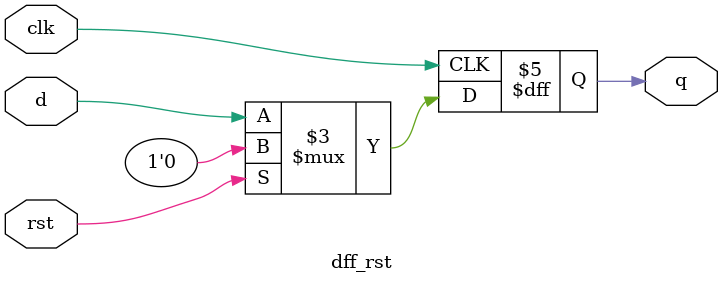
<source format=v>
module dff_rst (
   input clk,
   input d,
   input rst,
   output reg q); 
   
   always @(posedge clk) begin
      if (rst)
         q <= 0;
       else
         q <= d;
   end
   
endmodule

</source>
